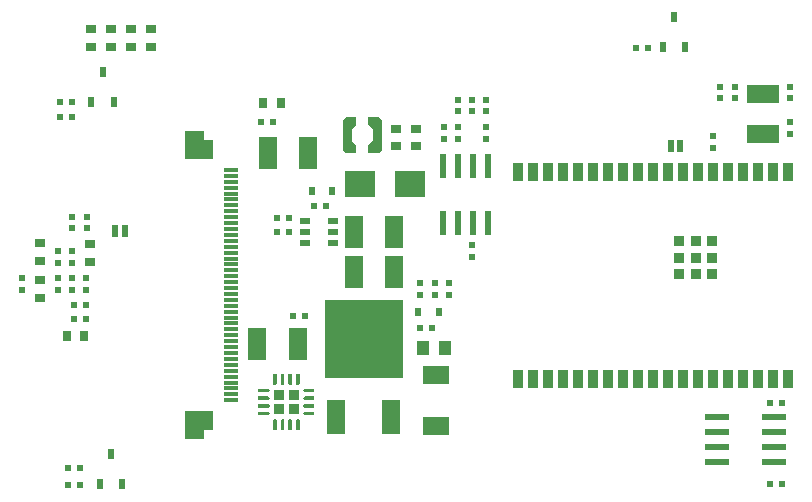
<source format=gtp>
G04*
G04 #@! TF.GenerationSoftware,Altium Limited,Altium Designer,21.9.2 (33)*
G04*
G04 Layer_Color=8421504*
%FSLAX43Y43*%
%MOMM*%
G71*
G04*
G04 #@! TF.SameCoordinates,9D24D331-474F-48DA-8462-8B92FA671CE3*
G04*
G04*
G04 #@! TF.FilePolarity,Positive*
G04*
G01*
G75*
%ADD21R,0.900X0.900*%
%ADD22R,0.900X0.900*%
%ADD23R,0.900X0.900*%
%ADD24R,1.626X2.743*%
%ADD25R,0.950X0.800*%
%ADD26R,0.600X0.500*%
%ADD27R,0.900X1.500*%
%ADD28R,0.900X0.900*%
%ADD29R,0.600X0.950*%
%ADD30R,0.500X0.600*%
%ADD31R,2.150X0.600*%
%ADD32R,2.743X1.626*%
%ADD33R,2.500X2.300*%
%ADD34R,0.600X2.150*%
%ADD35R,0.500X0.500*%
%ADD36R,1.200X0.300*%
%ADD37R,0.600X0.800*%
%ADD38R,0.051X0.051*%
%ADD39R,2.300X1.520*%
%ADD40R,0.575X1.140*%
%ADD41R,0.800X0.950*%
%ADD42R,1.600X3.000*%
%ADD43R,6.700X6.700*%
%ADD44R,0.950X0.600*%
%ADD45R,0.100X0.100*%
%ADD46R,0.100X0.100*%
%ADD47R,1.000X1.300*%
G36*
X33451Y38970D02*
Y36430D01*
X33197Y36176D01*
X32308D01*
Y36875D01*
X32689Y37192D01*
Y38208D01*
X32308Y38526D01*
Y39224D01*
X33197D01*
X33451Y38970D01*
D02*
G37*
G36*
X31292Y38526D02*
X30911Y38208D01*
Y37192D01*
X31292Y36875D01*
Y36176D01*
X30403D01*
X30149Y36430D01*
Y38970D01*
X30403Y39224D01*
X31292D01*
Y38526D01*
D02*
G37*
G36*
X18350Y37250D02*
X19150D01*
Y35650D01*
X16750D01*
Y38050D01*
X18350D01*
Y37250D01*
D02*
G37*
G36*
X26486Y16683D02*
Y16653D01*
X26463Y16598D01*
X26421Y16556D01*
X26366Y16533D01*
X26306D01*
X26251Y16556D01*
X26209Y16598D01*
X26186Y16653D01*
Y16683D01*
Y17483D01*
X26486D01*
Y16683D01*
D02*
G37*
G36*
X25836D02*
Y16653D01*
X25813Y16598D01*
X25771Y16556D01*
X25716Y16533D01*
X25656D01*
X25601Y16556D01*
X25559Y16598D01*
X25536Y16653D01*
Y16683D01*
Y17483D01*
X25836D01*
Y16683D01*
D02*
G37*
G36*
X25186Y16683D02*
Y16653D01*
X25163Y16598D01*
X25121Y16556D01*
X25066Y16533D01*
X25006D01*
X24951Y16556D01*
X24909Y16598D01*
X24886Y16653D01*
Y16683D01*
Y17483D01*
X25186D01*
Y16683D01*
D02*
G37*
G36*
X24536D02*
Y16653D01*
X24513Y16598D01*
X24471Y16556D01*
X24416Y16533D01*
X24356D01*
X24301Y16556D01*
X24259Y16598D01*
X24236Y16653D01*
Y16683D01*
Y17483D01*
X24536D01*
Y16683D01*
D02*
G37*
G36*
X27736Y15933D02*
X26906D01*
X26851Y15956D01*
X26809Y15998D01*
X26786Y16053D01*
Y16083D01*
Y16113D01*
X26809Y16168D01*
X26851Y16210D01*
X26906Y16233D01*
X27736D01*
Y15933D01*
D02*
G37*
G36*
X23871Y16210D02*
X23913Y16168D01*
X23936Y16113D01*
Y16083D01*
Y16053D01*
X23913Y15998D01*
X23871Y15956D01*
X23816Y15933D01*
X22986D01*
Y16233D01*
X23816D01*
X23871Y16210D01*
D02*
G37*
G36*
X27736Y15283D02*
X26906D01*
X26851Y15306D01*
X26809Y15348D01*
X26786Y15403D01*
Y15433D01*
Y15463D01*
X26809Y15518D01*
X26851Y15560D01*
X26906Y15583D01*
X27736D01*
Y15283D01*
D02*
G37*
G36*
X23871Y15560D02*
X23913Y15518D01*
X23936Y15463D01*
Y15433D01*
Y15403D01*
X23913Y15348D01*
X23871Y15306D01*
X23816Y15283D01*
X22986D01*
Y15583D01*
X23816D01*
X23871Y15560D01*
D02*
G37*
G36*
X27736Y14633D02*
X26906D01*
X26851Y14656D01*
X26809Y14698D01*
X26786Y14753D01*
Y14783D01*
Y14813D01*
X26809Y14868D01*
X26851Y14910D01*
X26906Y14933D01*
X27736D01*
Y14633D01*
D02*
G37*
G36*
X23871Y14910D02*
X23913Y14868D01*
X23936Y14813D01*
Y14783D01*
Y14753D01*
X23913Y14698D01*
X23871Y14656D01*
X23816Y14633D01*
X22986D01*
Y14933D01*
X23816D01*
X23871Y14910D01*
D02*
G37*
G36*
X27736Y13983D02*
X26906D01*
X26851Y14006D01*
X26809Y14048D01*
X26786Y14103D01*
Y14133D01*
Y14163D01*
X26809Y14218D01*
X26851Y14260D01*
X26906Y14283D01*
X27736D01*
Y13983D01*
D02*
G37*
G36*
X23871Y14260D02*
X23913Y14218D01*
X23936Y14163D01*
Y14133D01*
Y14103D01*
X23913Y14048D01*
X23871Y14006D01*
X23816Y13983D01*
X22986D01*
Y14283D01*
X23816D01*
X23871Y14260D01*
D02*
G37*
G36*
X26421Y13660D02*
X26463Y13618D01*
X26486Y13563D01*
Y13533D01*
Y12733D01*
X26186D01*
Y13533D01*
Y13563D01*
X26209Y13618D01*
X26251Y13660D01*
X26306Y13683D01*
X26366D01*
X26421Y13660D01*
D02*
G37*
G36*
X25771D02*
X25813Y13618D01*
X25836Y13563D01*
Y13533D01*
Y12733D01*
X25536D01*
Y13533D01*
Y13563D01*
X25559Y13618D01*
X25601Y13660D01*
X25656Y13683D01*
X25716D01*
X25771Y13660D01*
D02*
G37*
G36*
X25121D02*
X25163Y13618D01*
X25186Y13563D01*
Y13533D01*
Y12733D01*
X24886D01*
Y13533D01*
Y13563D01*
X24909Y13618D01*
X24951Y13660D01*
X25006Y13683D01*
X25066D01*
X25121Y13660D01*
D02*
G37*
G36*
X24471D02*
X24513Y13618D01*
X24536Y13563D01*
Y13533D01*
Y12733D01*
X24236D01*
Y13533D01*
Y13563D01*
X24259Y13618D01*
X24301Y13660D01*
X24356Y13683D01*
X24416D01*
X24471Y13660D01*
D02*
G37*
G36*
X19150Y12750D02*
X18350D01*
Y11950D01*
X16750D01*
Y14350D01*
X19150D01*
Y12750D01*
D02*
G37*
D21*
X25961Y14508D02*
D03*
D22*
X25961Y15708D02*
D03*
X24761Y14508D02*
D03*
D23*
X24761Y15708D02*
D03*
D24*
X31098Y26100D02*
D03*
X34502D02*
D03*
X31098Y29500D02*
D03*
X34502D02*
D03*
X22898Y20000D02*
D03*
X26302D02*
D03*
X27209Y36223D02*
D03*
X23805D02*
D03*
D25*
X36300Y36750D02*
D03*
Y38250D02*
D03*
X34600Y36750D02*
D03*
Y38250D02*
D03*
X13900Y45150D02*
D03*
Y46650D02*
D03*
X12200Y45150D02*
D03*
Y46650D02*
D03*
X10500Y45150D02*
D03*
Y46650D02*
D03*
X8800Y45150D02*
D03*
Y46650D02*
D03*
X4500Y23950D02*
D03*
Y25450D02*
D03*
Y27050D02*
D03*
Y28550D02*
D03*
X8700Y28450D02*
D03*
Y26950D02*
D03*
D26*
X27700Y31700D02*
D03*
X28700D02*
D03*
X24600Y30700D02*
D03*
X25600D02*
D03*
X6900Y8100D02*
D03*
X7900D02*
D03*
X6900Y9500D02*
D03*
X7900D02*
D03*
X26900Y22400D02*
D03*
X25900D02*
D03*
X56000Y45100D02*
D03*
X55000D02*
D03*
X67300Y15000D02*
D03*
X66300D02*
D03*
Y8200D02*
D03*
X67300D02*
D03*
X6200Y39200D02*
D03*
X7200D02*
D03*
X7400Y22100D02*
D03*
X8400D02*
D03*
Y23300D02*
D03*
X7400D02*
D03*
X7200Y40500D02*
D03*
X6200D02*
D03*
X24213Y38825D02*
D03*
X23213D02*
D03*
X25600Y29492D02*
D03*
X24600D02*
D03*
X36700Y21394D02*
D03*
X37700D02*
D03*
D27*
X46240Y34550D02*
D03*
X44970D02*
D03*
X47510D02*
D03*
X50050D02*
D03*
X48780D02*
D03*
X51320D02*
D03*
X52590D02*
D03*
X55130D02*
D03*
X53860D02*
D03*
X64020D02*
D03*
X65290D02*
D03*
X62750D02*
D03*
X61480D02*
D03*
X58940D02*
D03*
X60210D02*
D03*
X57670D02*
D03*
X56400D02*
D03*
X66560D02*
D03*
X67830D02*
D03*
Y17050D02*
D03*
X66560D02*
D03*
X56400D02*
D03*
X57670D02*
D03*
X60210D02*
D03*
X58940D02*
D03*
X61480D02*
D03*
X62750D02*
D03*
X65290D02*
D03*
X64020D02*
D03*
X53860D02*
D03*
X55130D02*
D03*
X52590D02*
D03*
X51320D02*
D03*
X48780D02*
D03*
X50050D02*
D03*
X47510D02*
D03*
X44970D02*
D03*
X46240D02*
D03*
D28*
X60030Y27300D02*
D03*
X61430Y28700D02*
D03*
X58630D02*
D03*
Y25900D02*
D03*
Y27300D02*
D03*
X60030Y25900D02*
D03*
Y28700D02*
D03*
X61430Y25900D02*
D03*
Y27300D02*
D03*
D29*
X9550Y8125D02*
D03*
X11450D02*
D03*
X10500Y10675D02*
D03*
X8850Y40525D02*
D03*
X10750D02*
D03*
X9800Y43075D02*
D03*
X57250Y45125D02*
D03*
X59150D02*
D03*
X58200Y47675D02*
D03*
D30*
X63300Y40800D02*
D03*
Y41800D02*
D03*
X61500Y36600D02*
D03*
Y37600D02*
D03*
X68000Y38800D02*
D03*
Y37800D02*
D03*
X62100Y40800D02*
D03*
Y41800D02*
D03*
X36700Y24200D02*
D03*
Y25200D02*
D03*
X37900Y24200D02*
D03*
Y25200D02*
D03*
X39900Y39700D02*
D03*
Y40700D02*
D03*
X38700Y37400D02*
D03*
Y38400D02*
D03*
X39900D02*
D03*
Y37400D02*
D03*
X41100Y40700D02*
D03*
Y39700D02*
D03*
X68000Y40800D02*
D03*
Y41800D02*
D03*
X8400Y24600D02*
D03*
Y25600D02*
D03*
X7200Y24600D02*
D03*
Y25600D02*
D03*
X6000Y24600D02*
D03*
Y25600D02*
D03*
Y27900D02*
D03*
Y26900D02*
D03*
X3000Y24600D02*
D03*
Y25600D02*
D03*
X7200Y30800D02*
D03*
Y29800D02*
D03*
Y26900D02*
D03*
Y27900D02*
D03*
X42300Y38400D02*
D03*
Y37400D02*
D03*
Y40700D02*
D03*
Y39700D02*
D03*
X8463Y30800D02*
D03*
Y29800D02*
D03*
X39100Y25200D02*
D03*
Y24200D02*
D03*
X41100Y28400D02*
D03*
Y27400D02*
D03*
D31*
X61775Y13805D02*
D03*
Y12535D02*
D03*
Y11265D02*
D03*
Y9995D02*
D03*
X66625Y13805D02*
D03*
Y12535D02*
D03*
Y11265D02*
D03*
Y9995D02*
D03*
D32*
X65700Y37798D02*
D03*
Y41202D02*
D03*
D33*
X35850Y33600D02*
D03*
X31550D02*
D03*
D34*
X38595Y30275D02*
D03*
X39865D02*
D03*
X41135D02*
D03*
X42405D02*
D03*
X38595Y35125D02*
D03*
X39865D02*
D03*
X41135D02*
D03*
X42405D02*
D03*
D35*
X17950Y36850D02*
D03*
Y13150D02*
D03*
D36*
X20650Y15750D02*
D03*
Y15250D02*
D03*
Y34750D02*
D03*
Y34250D02*
D03*
Y33750D02*
D03*
Y33250D02*
D03*
Y32750D02*
D03*
Y32250D02*
D03*
Y31750D02*
D03*
Y31250D02*
D03*
Y30750D02*
D03*
Y30250D02*
D03*
Y29750D02*
D03*
Y29250D02*
D03*
Y28750D02*
D03*
Y28250D02*
D03*
Y27750D02*
D03*
Y27250D02*
D03*
Y26750D02*
D03*
Y26250D02*
D03*
Y25750D02*
D03*
Y25250D02*
D03*
Y24750D02*
D03*
Y24250D02*
D03*
Y23750D02*
D03*
Y23250D02*
D03*
Y22750D02*
D03*
Y22250D02*
D03*
Y21750D02*
D03*
Y21250D02*
D03*
Y20750D02*
D03*
Y20250D02*
D03*
Y19750D02*
D03*
Y19250D02*
D03*
Y18750D02*
D03*
Y18250D02*
D03*
Y17750D02*
D03*
Y17250D02*
D03*
Y16750D02*
D03*
Y16250D02*
D03*
D37*
X29250Y33000D02*
D03*
X27550D02*
D03*
X38238Y22743D02*
D03*
X36538D02*
D03*
D38*
X32880Y37700D02*
D03*
X30721D02*
D03*
D39*
X38007Y17366D02*
D03*
Y13096D02*
D03*
D40*
X10850Y29544D02*
D03*
X11675D02*
D03*
X57890Y36787D02*
D03*
X58715D02*
D03*
D41*
X6750Y20700D02*
D03*
X8250D02*
D03*
X23385Y40385D02*
D03*
X24885D02*
D03*
D42*
X34195Y13808D02*
D03*
X29595D02*
D03*
D43*
X31895Y20458D02*
D03*
D44*
X29275Y30450D02*
D03*
Y28550D02*
D03*
X26925D02*
D03*
Y29500D02*
D03*
Y30450D02*
D03*
X29275Y29500D02*
D03*
D45*
X27261Y16083D02*
D03*
Y15433D02*
D03*
Y14783D02*
D03*
Y14133D02*
D03*
X26336Y13208D02*
D03*
X23461Y15433D02*
D03*
Y14783D02*
D03*
Y14133D02*
D03*
Y16083D02*
D03*
D46*
X25686Y13208D02*
D03*
X25036D02*
D03*
X24386D02*
D03*
X24386Y17008D02*
D03*
X25036D02*
D03*
X25686D02*
D03*
X26336D02*
D03*
D47*
X36900Y19681D02*
D03*
X38800D02*
D03*
M02*

</source>
